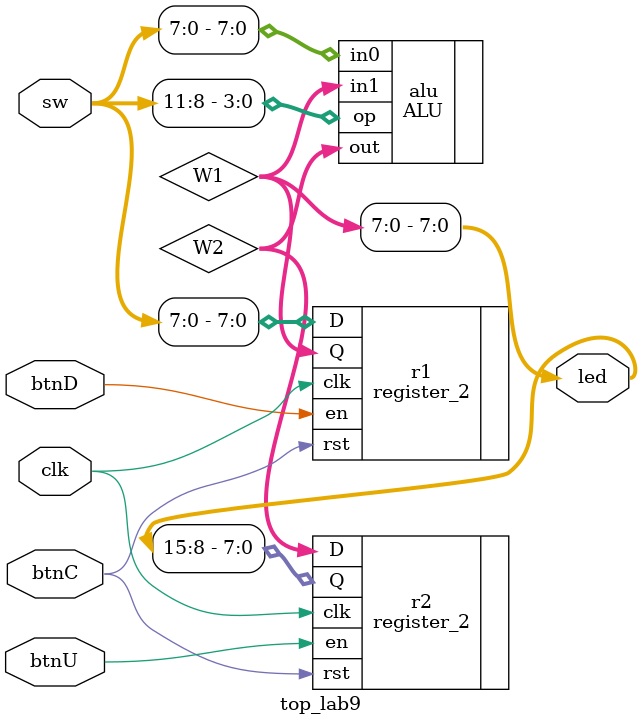
<source format=sv>
`timescale 1ns / 1ps


module top_lab9(
    input btnU,
    input btnD,
    input [11:0] sw,
    input clk,
    input btnC,
    output [15:0] led
        );
        wire [7:0] W1;
        wire [7:0] W2;
        
        register_2 #(.N(8)) r1( .D(sw[7:0]), .en(btnD), .clk(clk), .Q(W1), .rst(btnC)
       );
       
       ALU alu( .in1(W1), .in0(sw[7:0]), .op(sw[11:8]), .out(W2)
       
       );
       
       register_2 #(.N(8)) r2( .D(W2), .en(btnU), .clk(clk), .rst(btnC), .Q(led[15:8])
       
       );
       
       assign led [7:0] = W1;
        
endmodule

</source>
